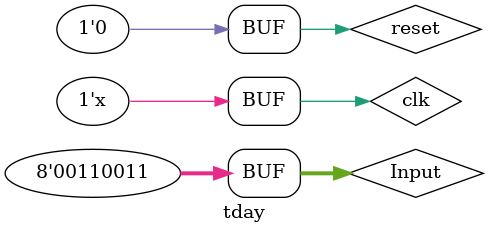
<source format=v>
`timescale 1ns / 1ps


module tday;

	// Inputs
	reg [7:0] Input;
	reg clk;
	reg reset;

	// Outputs
	wire Output;

	// Instantiate the Unit Under Test (UUT)
	day uut (
		.Input(Input), 
		.clk(clk), 
		.reset(reset), 
		.Output(Output)
	);

	initial begin
		// Initialize Inputs
		Input = 0;
		clk = 0;
		reset = 1;

		// Wait 100 ns for global reset to finish
		#100;
      #2 reset = 0;
		#2 Input = "0";
		#2 Input = "0";
		#2 Input = "0";
		#2 Input = "0";
		#2 Input = "/";
		#2 Input = "1";
		#2 Input = "0";
		#2 Input = "/";
		#2 Input = "2";
		#2 Input = "3";
		#2 Input = "/";
		#2 Input = "1";
		#2 Input = "2";
		#2 Input = "/";
		#2 Input = "2";
		#2 Input = "3";
		// Add stimulus here

	end

always #1 clk = ~clk;
endmodule


</source>
